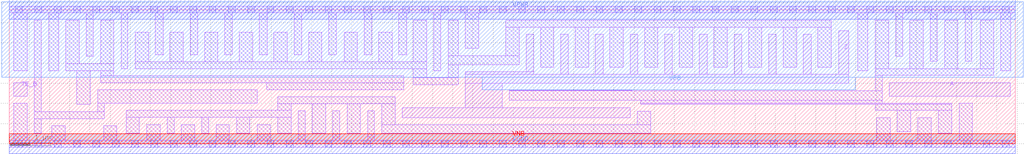
<source format=lef>
# Copyright 2020 The SkyWater PDK Authors
#
# Licensed under the Apache License, Version 2.0 (the "License");
# you may not use this file except in compliance with the License.
# You may obtain a copy of the License at
#
#     https://www.apache.org/licenses/LICENSE-2.0
#
# Unless required by applicable law or agreed to in writing, software
# distributed under the License is distributed on an "AS IS" BASIS,
# WITHOUT WARRANTIES OR CONDITIONS OF ANY KIND, either express or implied.
# See the License for the specific language governing permissions and
# limitations under the License.
#
# SPDX-License-Identifier: Apache-2.0

VERSION 5.7 ;
  NOWIREEXTENSIONATPIN ON ;
  DIVIDERCHAR "/" ;
  BUSBITCHARS "[]" ;
MACRO sky130_fd_sc_lp__busdriver2_20
  CLASS CORE ;
  FOREIGN sky130_fd_sc_lp__busdriver2_20 ;
  ORIGIN  0.000000  0.000000 ;
  SIZE  24.96000 BY  3.330000 ;
  SYMMETRY X Y ;
  SITE unit ;
  PIN A
    ANTENNAGATEAREA  2.016000 ;
    DIRECTION INPUT ;
    USE SIGNAL ;
    PORT
      LAYER li1 ;
        RECT 21.830000 1.180000 24.835000 1.515000 ;
    END
  END A
  PIN TE_B
    ANTENNAGATEAREA  0.630000 ;
    DIRECTION INPUT ;
    USE SIGNAL ;
    PORT
      LAYER li1 ;
        RECT 0.115000 1.180000 0.445000 1.515000 ;
    END
  END TE_B
  PIN Z
    ANTENNADIFFAREA  5.250200 ;
    DIRECTION OUTPUT ;
    USE SIGNAL ;
    PORT
      LAYER li1 ;
        RECT  9.750000 0.645000 15.400000 0.895000 ;
        RECT 11.305000 0.895000 12.235000 1.505000 ;
        RECT 11.305000 1.505000 20.820000 1.725000 ;
        RECT 11.305000 1.725000 13.010000 1.780000 ;
        RECT 12.820000 1.780000 13.010000 2.715000 ;
        RECT 13.680000 1.725000 13.870000 2.715000 ;
        RECT 14.540000 1.725000 14.730000 2.715000 ;
        RECT 15.400000 1.725000 15.590000 2.715000 ;
        RECT 16.260000 1.725000 16.450000 2.715000 ;
        RECT 16.270000 1.495000 20.820000 1.505000 ;
        RECT 17.120000 1.725000 17.310000 2.715000 ;
        RECT 17.980000 1.725000 18.170000 2.715000 ;
        RECT 18.840000 1.725000 19.030000 2.715000 ;
        RECT 19.700000 1.725000 19.890000 2.715000 ;
        RECT 20.570000 1.725000 20.820000 2.805000 ;
    END
  END Z
  PIN VGND
    DIRECTION INOUT ;
    USE GROUND ;
    PORT
      LAYER met1 ;
        RECT 0.000000 -0.245000 24.960000 0.245000 ;
    END
  END VGND
  PIN VNB
    DIRECTION INOUT ;
    USE GROUND ;
    PORT
      LAYER pwell ;
        RECT 0.000000 0.000000 24.960000 0.245000 ;
    END
  END VNB
  PIN VPB
    DIRECTION INOUT ;
    USE POWER ;
    PORT
      LAYER nwell ;
        RECT -0.190000 1.655000 25.150000 3.520000 ;
        RECT 11.730000 1.345000 20.980000 1.655000 ;
    END
  END VPB
  PIN VPWR
    DIRECTION INOUT ;
    USE POWER ;
    PORT
      LAYER met1 ;
        RECT 0.000000 3.085000 24.960000 3.575000 ;
    END
  END VPWR
  OBS
    LAYER li1 ;
      RECT  0.000000 -0.085000 24.960000 0.085000 ;
      RECT  0.000000  3.245000 24.960000 3.415000 ;
      RECT  0.115000  0.085000  0.445000 1.000000 ;
      RECT  0.115000  1.815000  0.445000 3.245000 ;
      RECT  0.625000  0.265000  0.795000 0.625000 ;
      RECT  0.625000  0.625000  2.360000 0.795000 ;
      RECT  0.625000  0.795000  0.795000 3.065000 ;
      RECT  0.975000  1.815000  1.225000 3.245000 ;
      RECT  1.055000  0.085000  1.385000 0.445000 ;
      RECT  1.405000  1.815000  2.595000 1.985000 ;
      RECT  1.405000  1.985000  1.735000 3.065000 ;
      RECT  1.680000  0.975000  2.010000 1.815000 ;
      RECT  1.915000  2.165000  2.085000 3.245000 ;
      RECT  2.190000  0.795000  2.360000 1.005000 ;
      RECT  2.190000  1.005000  6.150000 1.335000 ;
      RECT  2.265000  1.515000  9.780000 1.685000 ;
      RECT  2.265000  1.685000  2.595000 1.815000 ;
      RECT  2.265000  1.985000  2.595000 3.065000 ;
      RECT  2.340000  0.085000  2.670000 0.445000 ;
      RECT  2.775000  1.855000  2.945000 3.245000 ;
      RECT  2.900000  0.265000  3.230000 0.655000 ;
      RECT  2.900000  0.655000  6.990000 0.825000 ;
      RECT  3.125000  1.865000 10.355000 2.035000 ;
      RECT  3.125000  2.035000  3.455000 2.765000 ;
      RECT  3.410000  0.085000  3.740000 0.475000 ;
      RECT  3.625000  2.205000  3.815000 3.245000 ;
      RECT  3.920000  0.265000  4.090000 0.655000 ;
      RECT  3.985000  2.035000  4.315000 2.765000 ;
      RECT  4.270000  0.085000  4.600000 0.475000 ;
      RECT  4.485000  2.205000  4.675000 3.245000 ;
      RECT  4.780000  0.265000  4.950000 0.655000 ;
      RECT  4.845000  2.035000  5.175000 2.765000 ;
      RECT  5.130000  0.085000  5.460000 0.475000 ;
      RECT  5.345000  2.205000  5.535000 3.245000 ;
      RECT  5.640000  0.265000  5.970000 0.655000 ;
      RECT  5.705000  2.035000  6.035000 2.765000 ;
      RECT  6.150000  0.085000  6.480000 0.475000 ;
      RECT  6.205000  2.205000  6.395000 3.245000 ;
      RECT  6.390000  1.345000  9.780000 1.515000 ;
      RECT  6.565000  2.035000  6.895000 2.765000 ;
      RECT  6.660000  0.265000  6.990000 0.655000 ;
      RECT  6.660000  0.825000  6.990000 0.995000 ;
      RECT  6.660000  0.995000  9.570000 1.165000 ;
      RECT  7.065000  2.205000  7.255000 3.245000 ;
      RECT  7.170000  0.085000  7.340000 0.815000 ;
      RECT  7.425000  2.035000  7.755000 2.765000 ;
      RECT  7.520000  0.265000  7.850000 0.995000 ;
      RECT  7.925000  2.205000  8.115000 3.245000 ;
      RECT  8.030000  0.085000  8.200000 0.815000 ;
      RECT  8.305000  2.035000  8.635000 2.765000 ;
      RECT  8.380000  0.265000  8.710000 0.995000 ;
      RECT  8.805000  2.205000  8.995000 3.245000 ;
      RECT  8.890000  0.085000  9.060000 0.815000 ;
      RECT  9.165000  2.035000  9.495000 2.765000 ;
      RECT  9.240000  0.265000 15.910000 0.475000 ;
      RECT  9.240000  0.475000  9.570000 0.995000 ;
      RECT  9.665000  2.205000  9.855000 3.245000 ;
      RECT 10.025000  1.465000 11.135000 1.635000 ;
      RECT 10.025000  1.635000 10.355000 1.865000 ;
      RECT 10.025000  2.035000 10.355000 3.065000 ;
      RECT 10.535000  1.815000 10.705000 3.245000 ;
      RECT 10.885000  1.635000 11.135000 1.960000 ;
      RECT 10.885000  1.960000 12.650000 2.185000 ;
      RECT 10.885000  2.185000 11.135000 3.065000 ;
      RECT 11.315000  2.365000 11.645000 3.245000 ;
      RECT 12.320000  2.185000 12.650000 2.885000 ;
      RECT 12.320000  2.885000 20.390000 3.065000 ;
      RECT 12.405000  1.075000 21.650000 1.315000 ;
      RECT 12.405000  1.315000 15.455000 1.325000 ;
      RECT 13.180000  1.895000 13.510000 2.885000 ;
      RECT 14.040000  1.895000 14.370000 2.885000 ;
      RECT 14.900000  1.895000 15.230000 2.885000 ;
      RECT 15.580000  0.475000 15.910000 0.805000 ;
      RECT 15.660000  0.985000 23.380000 1.000000 ;
      RECT 15.660000  1.000000 21.650000 1.075000 ;
      RECT 15.760000  1.895000 16.090000 2.885000 ;
      RECT 16.620000  1.895000 16.950000 2.885000 ;
      RECT 17.480000  1.895000 17.810000 2.885000 ;
      RECT 18.340000  1.895000 18.670000 2.885000 ;
      RECT 19.200000  1.895000 19.530000 2.885000 ;
      RECT 20.060000  1.895000 20.390000 2.885000 ;
      RECT 21.050000  1.815000 21.300000 3.245000 ;
      RECT 21.480000  0.830000 23.380000 0.985000 ;
      RECT 21.480000  1.315000 21.650000 1.695000 ;
      RECT 21.480000  1.695000 24.415000 1.865000 ;
      RECT 21.480000  1.865000 21.810000 3.065000 ;
      RECT 21.520000  0.085000 21.850000 0.650000 ;
      RECT 21.990000  2.165000 22.160000 3.245000 ;
      RECT 22.030000  0.295000 22.360000 0.830000 ;
      RECT 22.340000  1.865000 22.670000 3.065000 ;
      RECT 22.540000  0.085000 22.870000 0.650000 ;
      RECT 22.850000  2.045000 23.020000 3.245000 ;
      RECT 23.050000  0.265000 23.380000 0.830000 ;
      RECT 23.200000  1.865000 23.530000 3.065000 ;
      RECT 23.560000  0.085000 23.890000 1.000000 ;
      RECT 23.710000  2.045000 23.880000 3.245000 ;
      RECT 24.085000  1.865000 24.415000 3.065000 ;
      RECT 24.595000  1.815000 24.845000 3.245000 ;
    LAYER mcon ;
      RECT  0.155000 -0.085000  0.325000 0.085000 ;
      RECT  0.155000  3.245000  0.325000 3.415000 ;
      RECT  0.635000 -0.085000  0.805000 0.085000 ;
      RECT  0.635000  3.245000  0.805000 3.415000 ;
      RECT  1.115000 -0.085000  1.285000 0.085000 ;
      RECT  1.115000  3.245000  1.285000 3.415000 ;
      RECT  1.595000 -0.085000  1.765000 0.085000 ;
      RECT  1.595000  3.245000  1.765000 3.415000 ;
      RECT  2.075000 -0.085000  2.245000 0.085000 ;
      RECT  2.075000  3.245000  2.245000 3.415000 ;
      RECT  2.555000 -0.085000  2.725000 0.085000 ;
      RECT  2.555000  3.245000  2.725000 3.415000 ;
      RECT  3.035000 -0.085000  3.205000 0.085000 ;
      RECT  3.035000  3.245000  3.205000 3.415000 ;
      RECT  3.515000 -0.085000  3.685000 0.085000 ;
      RECT  3.515000  3.245000  3.685000 3.415000 ;
      RECT  3.995000 -0.085000  4.165000 0.085000 ;
      RECT  3.995000  3.245000  4.165000 3.415000 ;
      RECT  4.475000 -0.085000  4.645000 0.085000 ;
      RECT  4.475000  3.245000  4.645000 3.415000 ;
      RECT  4.955000 -0.085000  5.125000 0.085000 ;
      RECT  4.955000  3.245000  5.125000 3.415000 ;
      RECT  5.435000 -0.085000  5.605000 0.085000 ;
      RECT  5.435000  3.245000  5.605000 3.415000 ;
      RECT  5.915000 -0.085000  6.085000 0.085000 ;
      RECT  5.915000  3.245000  6.085000 3.415000 ;
      RECT  6.395000 -0.085000  6.565000 0.085000 ;
      RECT  6.395000  3.245000  6.565000 3.415000 ;
      RECT  6.875000 -0.085000  7.045000 0.085000 ;
      RECT  6.875000  3.245000  7.045000 3.415000 ;
      RECT  7.355000 -0.085000  7.525000 0.085000 ;
      RECT  7.355000  3.245000  7.525000 3.415000 ;
      RECT  7.835000 -0.085000  8.005000 0.085000 ;
      RECT  7.835000  3.245000  8.005000 3.415000 ;
      RECT  8.315000 -0.085000  8.485000 0.085000 ;
      RECT  8.315000  3.245000  8.485000 3.415000 ;
      RECT  8.795000 -0.085000  8.965000 0.085000 ;
      RECT  8.795000  3.245000  8.965000 3.415000 ;
      RECT  9.275000 -0.085000  9.445000 0.085000 ;
      RECT  9.275000  3.245000  9.445000 3.415000 ;
      RECT  9.755000 -0.085000  9.925000 0.085000 ;
      RECT  9.755000  3.245000  9.925000 3.415000 ;
      RECT 10.235000 -0.085000 10.405000 0.085000 ;
      RECT 10.235000  3.245000 10.405000 3.415000 ;
      RECT 10.715000 -0.085000 10.885000 0.085000 ;
      RECT 10.715000  3.245000 10.885000 3.415000 ;
      RECT 11.195000 -0.085000 11.365000 0.085000 ;
      RECT 11.195000  3.245000 11.365000 3.415000 ;
      RECT 11.675000 -0.085000 11.845000 0.085000 ;
      RECT 11.675000  3.245000 11.845000 3.415000 ;
      RECT 12.155000 -0.085000 12.325000 0.085000 ;
      RECT 12.155000  3.245000 12.325000 3.415000 ;
      RECT 12.635000 -0.085000 12.805000 0.085000 ;
      RECT 12.635000  3.245000 12.805000 3.415000 ;
      RECT 13.115000 -0.085000 13.285000 0.085000 ;
      RECT 13.115000  3.245000 13.285000 3.415000 ;
      RECT 13.595000 -0.085000 13.765000 0.085000 ;
      RECT 13.595000  3.245000 13.765000 3.415000 ;
      RECT 14.075000 -0.085000 14.245000 0.085000 ;
      RECT 14.075000  3.245000 14.245000 3.415000 ;
      RECT 14.555000 -0.085000 14.725000 0.085000 ;
      RECT 14.555000  3.245000 14.725000 3.415000 ;
      RECT 15.035000 -0.085000 15.205000 0.085000 ;
      RECT 15.035000  3.245000 15.205000 3.415000 ;
      RECT 15.515000 -0.085000 15.685000 0.085000 ;
      RECT 15.515000  3.245000 15.685000 3.415000 ;
      RECT 15.995000 -0.085000 16.165000 0.085000 ;
      RECT 15.995000  3.245000 16.165000 3.415000 ;
      RECT 16.475000 -0.085000 16.645000 0.085000 ;
      RECT 16.475000  3.245000 16.645000 3.415000 ;
      RECT 16.955000 -0.085000 17.125000 0.085000 ;
      RECT 16.955000  3.245000 17.125000 3.415000 ;
      RECT 17.435000 -0.085000 17.605000 0.085000 ;
      RECT 17.435000  3.245000 17.605000 3.415000 ;
      RECT 17.915000 -0.085000 18.085000 0.085000 ;
      RECT 17.915000  3.245000 18.085000 3.415000 ;
      RECT 18.395000 -0.085000 18.565000 0.085000 ;
      RECT 18.395000  3.245000 18.565000 3.415000 ;
      RECT 18.875000 -0.085000 19.045000 0.085000 ;
      RECT 18.875000  3.245000 19.045000 3.415000 ;
      RECT 19.355000 -0.085000 19.525000 0.085000 ;
      RECT 19.355000  3.245000 19.525000 3.415000 ;
      RECT 19.835000 -0.085000 20.005000 0.085000 ;
      RECT 19.835000  3.245000 20.005000 3.415000 ;
      RECT 20.315000 -0.085000 20.485000 0.085000 ;
      RECT 20.315000  3.245000 20.485000 3.415000 ;
      RECT 20.795000 -0.085000 20.965000 0.085000 ;
      RECT 20.795000  3.245000 20.965000 3.415000 ;
      RECT 21.275000 -0.085000 21.445000 0.085000 ;
      RECT 21.275000  3.245000 21.445000 3.415000 ;
      RECT 21.755000 -0.085000 21.925000 0.085000 ;
      RECT 21.755000  3.245000 21.925000 3.415000 ;
      RECT 22.235000 -0.085000 22.405000 0.085000 ;
      RECT 22.235000  3.245000 22.405000 3.415000 ;
      RECT 22.715000 -0.085000 22.885000 0.085000 ;
      RECT 22.715000  3.245000 22.885000 3.415000 ;
      RECT 23.195000 -0.085000 23.365000 0.085000 ;
      RECT 23.195000  3.245000 23.365000 3.415000 ;
      RECT 23.675000 -0.085000 23.845000 0.085000 ;
      RECT 23.675000  3.245000 23.845000 3.415000 ;
      RECT 24.155000 -0.085000 24.325000 0.085000 ;
      RECT 24.155000  3.245000 24.325000 3.415000 ;
      RECT 24.635000 -0.085000 24.805000 0.085000 ;
      RECT 24.635000  3.245000 24.805000 3.415000 ;
  END
END sky130_fd_sc_lp__busdriver2_20
END LIBRARY

</source>
